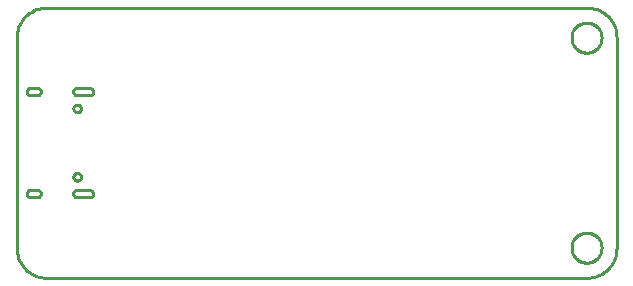
<source format=gbr>
G04 EAGLE Gerber RS-274X export*
G75*
%MOMM*%
%FSLAX34Y34*%
%LPD*%
%IN*%
%IPPOS*%
%AMOC8*
5,1,8,0,0,1.08239X$1,22.5*%
G01*
%ADD10C,0.254000*%


D10*
X0Y25400D02*
X97Y23186D01*
X386Y20989D01*
X865Y18826D01*
X1532Y16713D01*
X2380Y14666D01*
X3403Y12700D01*
X4594Y10831D01*
X5942Y9073D01*
X7440Y7440D01*
X9073Y5942D01*
X10831Y4594D01*
X12700Y3403D01*
X14666Y2380D01*
X16713Y1532D01*
X18826Y865D01*
X20989Y386D01*
X23186Y97D01*
X25400Y0D01*
X482600Y0D01*
X484814Y97D01*
X487011Y386D01*
X489174Y865D01*
X491287Y1532D01*
X493335Y2380D01*
X495300Y3403D01*
X497169Y4594D01*
X498927Y5942D01*
X500561Y7440D01*
X502058Y9073D01*
X503406Y10831D01*
X504597Y12700D01*
X505620Y14666D01*
X506468Y16713D01*
X507135Y18826D01*
X507614Y20989D01*
X507903Y23186D01*
X508000Y25400D01*
X508000Y203200D01*
X507903Y205414D01*
X507614Y207611D01*
X507135Y209774D01*
X506468Y211887D01*
X505620Y213935D01*
X504597Y215900D01*
X503406Y217769D01*
X502058Y219527D01*
X500561Y221161D01*
X498927Y222658D01*
X497169Y224006D01*
X495300Y225197D01*
X493335Y226220D01*
X491287Y227068D01*
X489174Y227735D01*
X487011Y228214D01*
X484814Y228503D01*
X482600Y228600D01*
X25400Y228600D01*
X23186Y228503D01*
X20989Y228214D01*
X18826Y227735D01*
X16713Y227068D01*
X14666Y226220D01*
X12700Y225197D01*
X10831Y224006D01*
X9073Y222658D01*
X7440Y221161D01*
X5942Y219527D01*
X4594Y217769D01*
X3403Y215900D01*
X2380Y213935D01*
X1532Y211887D01*
X865Y209774D01*
X386Y207611D01*
X97Y205414D01*
X0Y203200D01*
X0Y25400D01*
X47870Y157500D02*
X47881Y157239D01*
X47916Y156979D01*
X47972Y156724D01*
X48051Y156474D01*
X48151Y156232D01*
X48272Y156000D01*
X48413Y155779D01*
X48572Y155572D01*
X48749Y155379D01*
X48942Y155202D01*
X49149Y155043D01*
X49370Y154902D01*
X49602Y154781D01*
X49844Y154681D01*
X50094Y154602D01*
X50349Y154546D01*
X50609Y154511D01*
X50870Y154500D01*
X61870Y154500D01*
X62131Y154511D01*
X62391Y154546D01*
X62646Y154602D01*
X62896Y154681D01*
X63138Y154781D01*
X63370Y154902D01*
X63591Y155043D01*
X63798Y155202D01*
X63991Y155379D01*
X64168Y155572D01*
X64327Y155779D01*
X64468Y156000D01*
X64589Y156232D01*
X64689Y156474D01*
X64768Y156724D01*
X64824Y156979D01*
X64859Y157239D01*
X64870Y157500D01*
X64859Y157761D01*
X64824Y158021D01*
X64768Y158276D01*
X64689Y158526D01*
X64589Y158768D01*
X64468Y159000D01*
X64327Y159221D01*
X64168Y159428D01*
X63991Y159621D01*
X63798Y159798D01*
X63591Y159957D01*
X63370Y160098D01*
X63138Y160219D01*
X62896Y160319D01*
X62646Y160398D01*
X62391Y160454D01*
X62131Y160489D01*
X61870Y160500D01*
X50870Y160500D01*
X50609Y160489D01*
X50349Y160454D01*
X50094Y160398D01*
X49844Y160319D01*
X49602Y160219D01*
X49370Y160098D01*
X49149Y159957D01*
X48942Y159798D01*
X48749Y159621D01*
X48572Y159428D01*
X48413Y159221D01*
X48272Y159000D01*
X48151Y158768D01*
X48051Y158526D01*
X47972Y158276D01*
X47916Y158021D01*
X47881Y157761D01*
X47870Y157500D01*
X47870Y71100D02*
X47881Y70839D01*
X47916Y70579D01*
X47972Y70324D01*
X48051Y70074D01*
X48151Y69832D01*
X48272Y69600D01*
X48413Y69379D01*
X48572Y69172D01*
X48749Y68979D01*
X48942Y68802D01*
X49149Y68643D01*
X49370Y68502D01*
X49602Y68381D01*
X49844Y68281D01*
X50094Y68202D01*
X50349Y68146D01*
X50609Y68111D01*
X50870Y68100D01*
X61870Y68100D01*
X62131Y68111D01*
X62391Y68146D01*
X62646Y68202D01*
X62896Y68281D01*
X63138Y68381D01*
X63370Y68502D01*
X63591Y68643D01*
X63798Y68802D01*
X63991Y68979D01*
X64168Y69172D01*
X64327Y69379D01*
X64468Y69600D01*
X64589Y69832D01*
X64689Y70074D01*
X64768Y70324D01*
X64824Y70579D01*
X64859Y70839D01*
X64870Y71100D01*
X64859Y71361D01*
X64824Y71621D01*
X64768Y71876D01*
X64689Y72126D01*
X64589Y72368D01*
X64468Y72600D01*
X64327Y72821D01*
X64168Y73028D01*
X63991Y73221D01*
X63798Y73398D01*
X63591Y73557D01*
X63370Y73698D01*
X63138Y73819D01*
X62896Y73919D01*
X62646Y73998D01*
X62391Y74054D01*
X62131Y74089D01*
X61870Y74100D01*
X50870Y74100D01*
X50609Y74089D01*
X50349Y74054D01*
X50094Y73998D01*
X49844Y73919D01*
X49602Y73819D01*
X49370Y73698D01*
X49149Y73557D01*
X48942Y73398D01*
X48749Y73221D01*
X48572Y73028D01*
X48413Y72821D01*
X48272Y72600D01*
X48151Y72368D01*
X48051Y72126D01*
X47972Y71876D01*
X47916Y71621D01*
X47881Y71361D01*
X47870Y71100D01*
X8570Y71100D02*
X8581Y70839D01*
X8616Y70579D01*
X8672Y70324D01*
X8751Y70074D01*
X8851Y69832D01*
X8972Y69600D01*
X9113Y69379D01*
X9272Y69172D01*
X9449Y68979D01*
X9642Y68802D01*
X9849Y68643D01*
X10070Y68502D01*
X10302Y68381D01*
X10544Y68281D01*
X10794Y68202D01*
X11049Y68146D01*
X11309Y68111D01*
X11570Y68100D01*
X17570Y68100D01*
X17831Y68111D01*
X18091Y68146D01*
X18346Y68202D01*
X18596Y68281D01*
X18838Y68381D01*
X19070Y68502D01*
X19291Y68643D01*
X19498Y68802D01*
X19691Y68979D01*
X19868Y69172D01*
X20027Y69379D01*
X20168Y69600D01*
X20289Y69832D01*
X20389Y70074D01*
X20468Y70324D01*
X20524Y70579D01*
X20559Y70839D01*
X20570Y71100D01*
X20559Y71361D01*
X20524Y71621D01*
X20468Y71876D01*
X20389Y72126D01*
X20289Y72368D01*
X20168Y72600D01*
X20027Y72821D01*
X19868Y73028D01*
X19691Y73221D01*
X19498Y73398D01*
X19291Y73557D01*
X19070Y73698D01*
X18838Y73819D01*
X18596Y73919D01*
X18346Y73998D01*
X18091Y74054D01*
X17831Y74089D01*
X17570Y74100D01*
X11570Y74100D01*
X11309Y74089D01*
X11049Y74054D01*
X10794Y73998D01*
X10544Y73919D01*
X10302Y73819D01*
X10070Y73698D01*
X9849Y73557D01*
X9642Y73398D01*
X9449Y73221D01*
X9272Y73028D01*
X9113Y72821D01*
X8972Y72600D01*
X8851Y72368D01*
X8751Y72126D01*
X8672Y71876D01*
X8616Y71621D01*
X8581Y71361D01*
X8570Y71100D01*
X8570Y157500D02*
X8581Y157239D01*
X8616Y156979D01*
X8672Y156724D01*
X8751Y156474D01*
X8851Y156232D01*
X8972Y156000D01*
X9113Y155779D01*
X9272Y155572D01*
X9449Y155379D01*
X9642Y155202D01*
X9849Y155043D01*
X10070Y154902D01*
X10302Y154781D01*
X10544Y154681D01*
X10794Y154602D01*
X11049Y154546D01*
X11309Y154511D01*
X11570Y154500D01*
X17570Y154500D01*
X17831Y154511D01*
X18091Y154546D01*
X18346Y154602D01*
X18596Y154681D01*
X18838Y154781D01*
X19070Y154902D01*
X19291Y155043D01*
X19498Y155202D01*
X19691Y155379D01*
X19868Y155572D01*
X20027Y155779D01*
X20168Y156000D01*
X20289Y156232D01*
X20389Y156474D01*
X20468Y156724D01*
X20524Y156979D01*
X20559Y157239D01*
X20570Y157500D01*
X20559Y157761D01*
X20524Y158021D01*
X20468Y158276D01*
X20389Y158526D01*
X20289Y158768D01*
X20168Y159000D01*
X20027Y159221D01*
X19868Y159428D01*
X19691Y159621D01*
X19498Y159798D01*
X19291Y159957D01*
X19070Y160098D01*
X18838Y160219D01*
X18596Y160319D01*
X18346Y160398D01*
X18091Y160454D01*
X17831Y160489D01*
X17570Y160500D01*
X11570Y160500D01*
X11309Y160489D01*
X11049Y160454D01*
X10794Y160398D01*
X10544Y160319D01*
X10302Y160219D01*
X10070Y160098D01*
X9849Y159957D01*
X9642Y159798D01*
X9449Y159621D01*
X9272Y159428D01*
X9113Y159221D01*
X8972Y159000D01*
X8851Y158768D01*
X8751Y158526D01*
X8672Y158276D01*
X8616Y158021D01*
X8581Y157761D01*
X8570Y157500D01*
X495300Y24901D02*
X495222Y23906D01*
X495066Y22920D01*
X494833Y21950D01*
X494524Y21001D01*
X494142Y20079D01*
X493689Y19190D01*
X493168Y18339D01*
X492581Y17531D01*
X491933Y16773D01*
X491227Y16067D01*
X490469Y15419D01*
X489661Y14832D01*
X488810Y14311D01*
X487921Y13858D01*
X486999Y13476D01*
X486050Y13167D01*
X485080Y12934D01*
X484094Y12778D01*
X483099Y12700D01*
X482101Y12700D01*
X481106Y12778D01*
X480120Y12934D01*
X479150Y13167D01*
X478201Y13476D01*
X477279Y13858D01*
X476390Y14311D01*
X475539Y14832D01*
X474731Y15419D01*
X473973Y16067D01*
X473267Y16773D01*
X472619Y17531D01*
X472032Y18339D01*
X471511Y19190D01*
X471058Y20079D01*
X470676Y21001D01*
X470367Y21950D01*
X470134Y22920D01*
X469978Y23906D01*
X469900Y24901D01*
X469900Y25899D01*
X469978Y26894D01*
X470134Y27880D01*
X470367Y28850D01*
X470676Y29799D01*
X471058Y30721D01*
X471511Y31610D01*
X472032Y32461D01*
X472619Y33269D01*
X473267Y34027D01*
X473973Y34733D01*
X474731Y35381D01*
X475539Y35968D01*
X476390Y36489D01*
X477279Y36942D01*
X478201Y37324D01*
X479150Y37633D01*
X480120Y37866D01*
X481106Y38022D01*
X482101Y38100D01*
X483099Y38100D01*
X484094Y38022D01*
X485080Y37866D01*
X486050Y37633D01*
X486999Y37324D01*
X487921Y36942D01*
X488810Y36489D01*
X489661Y35968D01*
X490469Y35381D01*
X491227Y34733D01*
X491933Y34027D01*
X492581Y33269D01*
X493168Y32461D01*
X493689Y31610D01*
X494142Y30721D01*
X494524Y29799D01*
X494833Y28850D01*
X495066Y27880D01*
X495222Y26894D01*
X495300Y25899D01*
X495300Y24901D01*
X495300Y202701D02*
X495222Y201706D01*
X495066Y200720D01*
X494833Y199750D01*
X494524Y198801D01*
X494142Y197879D01*
X493689Y196990D01*
X493168Y196139D01*
X492581Y195331D01*
X491933Y194573D01*
X491227Y193867D01*
X490469Y193219D01*
X489661Y192632D01*
X488810Y192111D01*
X487921Y191658D01*
X486999Y191276D01*
X486050Y190967D01*
X485080Y190734D01*
X484094Y190578D01*
X483099Y190500D01*
X482101Y190500D01*
X481106Y190578D01*
X480120Y190734D01*
X479150Y190967D01*
X478201Y191276D01*
X477279Y191658D01*
X476390Y192111D01*
X475539Y192632D01*
X474731Y193219D01*
X473973Y193867D01*
X473267Y194573D01*
X472619Y195331D01*
X472032Y196139D01*
X471511Y196990D01*
X471058Y197879D01*
X470676Y198801D01*
X470367Y199750D01*
X470134Y200720D01*
X469978Y201706D01*
X469900Y202701D01*
X469900Y203699D01*
X469978Y204694D01*
X470134Y205680D01*
X470367Y206650D01*
X470676Y207599D01*
X471058Y208521D01*
X471511Y209410D01*
X472032Y210261D01*
X472619Y211069D01*
X473267Y211827D01*
X473973Y212533D01*
X474731Y213181D01*
X475539Y213768D01*
X476390Y214289D01*
X477279Y214742D01*
X478201Y215124D01*
X479150Y215433D01*
X480120Y215666D01*
X481106Y215822D01*
X482101Y215900D01*
X483099Y215900D01*
X484094Y215822D01*
X485080Y215666D01*
X486050Y215433D01*
X486999Y215124D01*
X487921Y214742D01*
X488810Y214289D01*
X489661Y213768D01*
X490469Y213181D01*
X491227Y212533D01*
X491933Y211827D01*
X492581Y211069D01*
X493168Y210261D01*
X493689Y209410D01*
X494142Y208521D01*
X494524Y207599D01*
X494833Y206650D01*
X495066Y205680D01*
X495222Y204694D01*
X495300Y203699D01*
X495300Y202701D01*
X51157Y82150D02*
X50735Y82206D01*
X50323Y82316D01*
X49929Y82479D01*
X49561Y82692D01*
X49223Y82951D01*
X48921Y83253D01*
X48662Y83591D01*
X48449Y83959D01*
X48286Y84353D01*
X48176Y84765D01*
X48120Y85187D01*
X48120Y85613D01*
X48176Y86035D01*
X48286Y86447D01*
X48449Y86841D01*
X48662Y87209D01*
X48921Y87547D01*
X49223Y87849D01*
X49561Y88108D01*
X49929Y88321D01*
X50323Y88484D01*
X50735Y88594D01*
X51157Y88650D01*
X51583Y88650D01*
X52005Y88594D01*
X52417Y88484D01*
X52811Y88321D01*
X53179Y88108D01*
X53517Y87849D01*
X53819Y87547D01*
X54078Y87209D01*
X54291Y86841D01*
X54454Y86447D01*
X54564Y86035D01*
X54620Y85613D01*
X54620Y85187D01*
X54564Y84765D01*
X54454Y84353D01*
X54291Y83959D01*
X54078Y83591D01*
X53819Y83253D01*
X53517Y82951D01*
X53179Y82692D01*
X52811Y82479D01*
X52417Y82316D01*
X52005Y82206D01*
X51583Y82150D01*
X51157Y82150D01*
X51157Y139950D02*
X50735Y140006D01*
X50323Y140116D01*
X49929Y140279D01*
X49561Y140492D01*
X49223Y140751D01*
X48921Y141053D01*
X48662Y141391D01*
X48449Y141759D01*
X48286Y142153D01*
X48176Y142565D01*
X48120Y142987D01*
X48120Y143413D01*
X48176Y143835D01*
X48286Y144247D01*
X48449Y144641D01*
X48662Y145009D01*
X48921Y145347D01*
X49223Y145649D01*
X49561Y145908D01*
X49929Y146121D01*
X50323Y146284D01*
X50735Y146394D01*
X51157Y146450D01*
X51583Y146450D01*
X52005Y146394D01*
X52417Y146284D01*
X52811Y146121D01*
X53179Y145908D01*
X53517Y145649D01*
X53819Y145347D01*
X54078Y145009D01*
X54291Y144641D01*
X54454Y144247D01*
X54564Y143835D01*
X54620Y143413D01*
X54620Y142987D01*
X54564Y142565D01*
X54454Y142153D01*
X54291Y141759D01*
X54078Y141391D01*
X53819Y141053D01*
X53517Y140751D01*
X53179Y140492D01*
X52811Y140279D01*
X52417Y140116D01*
X52005Y140006D01*
X51583Y139950D01*
X51157Y139950D01*
M02*

</source>
